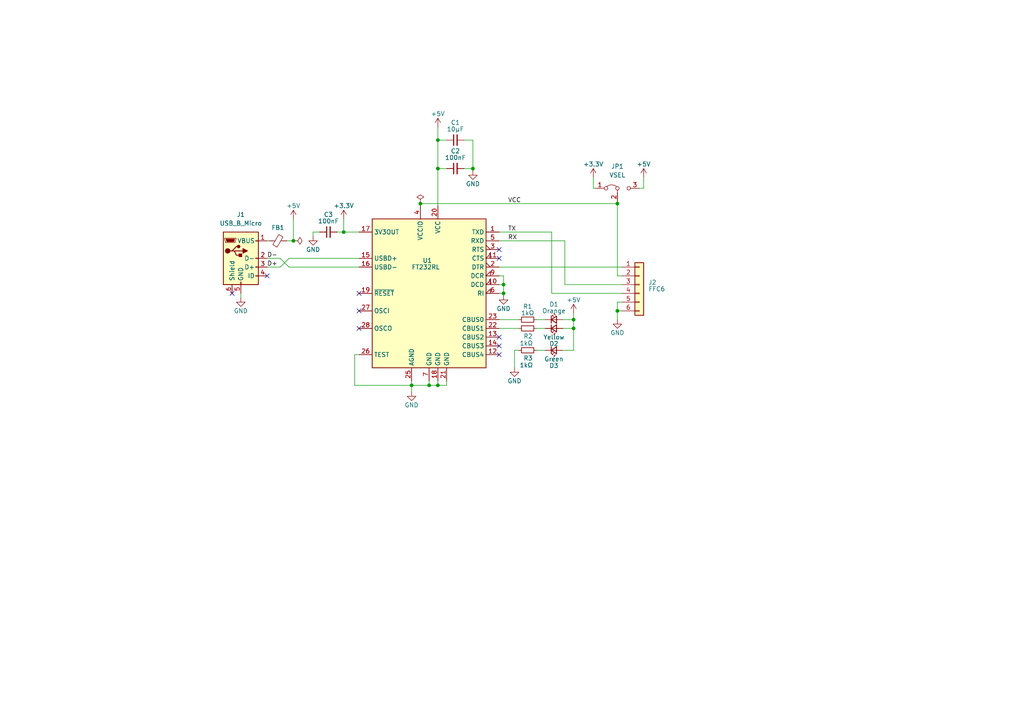
<source format=kicad_sch>
(kicad_sch (version 20230121) (generator eeschema)
  (paper "A4")
  (lib_symbols
    (symbol "Connector_Generic:Conn_01x06" (pin_names (offset 1.016) hide)
      (property "Reference" "J" (at 0 7.62 0))
      (property "Value" "Conn_01x06" (at 0 -10.16 0))
      (symbol "Conn_01x06_1_1"
        (rectangle (start -1.27 -7.493) (end 0 -7.747) (stroke (width 0.1524)))
        (rectangle (start -1.27 -4.953) (end 0 -5.207) (stroke (width 0.1524)))
        (rectangle (start -1.27 -2.413) (end 0 -2.667) (stroke (width 0.1524)))
        (rectangle (start -1.27 0.127) (end 0 -0.127) (stroke (width 0.1524)))
        (rectangle (start -1.27 2.667) (end 0 2.413) (stroke (width 0.1524)))
        (rectangle (start -1.27 5.207) (end 0 4.953) (stroke (width 0.1524)))
        (rectangle (start -1.27 6.35) (end 1.27 -8.89) (stroke (width 0.254)) (fill (type background)))
        (pin passive line (at -5.08 5.08 0) (length 3.81) (name "Pin_1") (number "1"))
        (pin passive line (at -5.08 2.54 0) (length 3.81) (name "Pin_2") (number "2"))
        (pin passive line (at -5.08 0 0) (length 3.81) (name "Pin_3") (number "3"))
        (pin passive line (at -5.08 -2.54 0) (length 3.81) (name "Pin_4") (number "4"))
        (pin passive line (at -5.08 -5.08 0) (length 3.81) (name "Pin_5") (number "5"))
        (pin passive line (at -5.08 -7.62 0) (length 3.81) (name "Pin_6") (number "6"))
      )
    )
    (symbol "Device:C_Small" (pin_numbers hide) (pin_names (offset 0.254) hide)
      (property "Reference" "C" (at 0.254 1.778 0))
      (property "Value" "C_Small" (at 0.254 -2.032 0))
      (symbol "C_Small_0_1"
        (polyline (pts (xy -1.524 -0.508) (xy 1.524 -0.508)) (stroke (width 0.3302)))
        (polyline (pts (xy -1.524 0.508) (xy 1.524 0.508)) (stroke (width 0.3048)))
      )
      (symbol "C_Small_1_1"
        (pin passive line (at 0 2.54 270) (length 2.032) (name "~") (number "1"))
        (pin passive line (at 0 -2.54 90) (length 2.032) (name "~") (number "2"))
      )
    )
    (symbol "Device:FerriteBead_Small" (pin_numbers hide) (pin_names (offset 0))
      (property "Reference" "FB" (at 1.905 1.27 0))
      (property "Value" "FerriteBead_Small" (at 1.905 -1.27 0))
      (symbol "FerriteBead_Small_0_1"
        (polyline (pts (xy 0 -1.27) (xy 0 -0.7874)))
        (polyline (pts (xy 0 0.889) (xy 0 1.2954)))
        (polyline (pts (xy -1.8288 0.2794) (xy -1.1176 1.4986) (xy 1.8288 -0.2032) (xy 1.1176 -1.4224) (xy -1.8288 0.2794)))
      )
      (symbol "FerriteBead_Small_1_1"
        (pin passive line (at 0 2.54 270) (length 1.27) (name "~") (number "1"))
        (pin passive line (at 0 -2.54 90) (length 1.27) (name "~") (number "2"))
      )
    )
    (symbol "Device:LED_Small" (pin_numbers hide) (pin_names (offset 0.254) hide)
      (property "Reference" "D" (at -1.27 3.175 0))
      (property "Value" "LED_Small" (at -4.445 -2.54 0))
      (symbol "LED_Small_0_1"
        (polyline (pts (xy -0.762 -1.016) (xy -0.762 1.016)) (stroke (width 0.254)))
        (polyline (pts (xy 1.016 0) (xy -0.762 0)))
        (polyline (pts (xy 0.762 -1.016) (xy -0.762 0) (xy 0.762 1.016) (xy 0.762 -1.016)) (stroke (width 0.254)))
        (polyline (pts (xy 0 0.762) (xy -0.508 1.27) (xy -0.254 1.27) (xy -0.508 1.27) (xy -0.508 1.016)))
        (polyline (pts (xy 0.508 1.27) (xy 0 1.778) (xy 0.254 1.778) (xy 0 1.778) (xy 0 1.524)))
      )
      (symbol "LED_Small_1_1"
        (pin passive line (at -2.54 0 0) (length 1.778) (name "K") (number "1"))
        (pin passive line (at 2.54 0 180) (length 1.778) (name "A") (number "2"))
      )
    )
    (symbol "Device:R_Small" (pin_numbers hide) (pin_names (offset 0.254) hide)
      (property "Reference" "R" (at 0.762 0.508 0))
      (property "Value" "R_Small" (at 0.762 -1.016 0))
      (symbol "R_Small_0_1"
        (rectangle (start -0.762 1.778) (end 0.762 -1.778) (stroke (width 0.2032)))
      )
      (symbol "R_Small_1_1"
        (pin passive line (at 0 2.54 270) (length 0.762) (name "~") (number "1"))
        (pin passive line (at 0 -2.54 90) (length 0.762) (name "~") (number "2"))
      )
    )
    (symbol "Interface_USB:FT232RL"
      (property "Reference" "U" (at -16.51 22.86 0))
      (property "Value" "FT232RL" (at 10.16 22.86 0))
      (symbol "FT232RL_0_1"
        (rectangle (start -16.51 21.59) (end 16.51 -21.59) (stroke (width 0.254)) (fill (type background)))
      )
      (symbol "FT232RL_1_1"
        (pin output line (at 20.32 17.78 180) (length 3.81) (name "TXD") (number "1"))
        (pin input input_low (at 20.32 2.54 180) (length 3.81) (name "DCD") (number "10"))
        (pin input input_low (at 20.32 10.16 180) (length 3.81) (name "CTS") (number "11"))
        (pin bidirectional line (at 20.32 -17.78 180) (length 3.81) (name "CBUS4") (number "12"))
        (pin bidirectional line (at 20.32 -12.7 180) (length 3.81) (name "CBUS2") (number "13"))
        (pin bidirectional line (at 20.32 -15.24 180) (length 3.81) (name "CBUS3") (number "14"))
        (pin bidirectional line (at -20.32 10.16 0) (length 3.81) (name "USBD+") (number "15"))
        (pin bidirectional line (at -20.32 7.62 0) (length 3.81) (name "USBD-") (number "16"))
        (pin power_out line (at -20.32 17.78 0) (length 3.81) (name "3V3OUT") (number "17"))
        (pin power_in line (at 2.54 -25.4 90) (length 3.81) (name "GND") (number "18"))
        (pin input line (at -20.32 0 0) (length 3.81) (name "~{RESET}") (number "19"))
        (pin output output_low (at 20.32 7.62 180) (length 3.81) (name "DTR") (number "2"))
        (pin power_in line (at 2.54 25.4 270) (length 3.81) (name "VCC") (number "20"))
        (pin power_in line (at 5.08 -25.4 90) (length 3.81) (name "GND") (number "21"))
        (pin bidirectional line (at 20.32 -10.16 180) (length 3.81) (name "CBUS1") (number "22"))
        (pin bidirectional line (at 20.32 -7.62 180) (length 3.81) (name "CBUS0") (number "23"))
        (pin power_in line (at -5.08 -25.4 90) (length 3.81) (name "AGND") (number "25"))
        (pin input line (at -20.32 -17.78 0) (length 3.81) (name "TEST") (number "26"))
        (pin input line (at -20.32 -5.08 0) (length 3.81) (name "OSCI") (number "27"))
        (pin output line (at -20.32 -10.16 0) (length 3.81) (name "OSCO") (number "28"))
        (pin output output_low (at 20.32 12.7 180) (length 3.81) (name "RTS") (number "3"))
        (pin power_in line (at -2.54 25.4 270) (length 3.81) (name "VCCIO") (number "4"))
        (pin input line (at 20.32 15.24 180) (length 3.81) (name "RXD") (number "5"))
        (pin input input_low (at 20.32 0 180) (length 3.81) (name "RI") (number "6"))
        (pin power_in line (at 0 -25.4 90) (length 3.81) (name "GND") (number "7"))
        (pin input input_low (at 20.32 5.08 180) (length 3.81) (name "DCR") (number "9"))
      )
    )
    (symbol "Jumper:Jumper_3_Bridged12" (pin_names (offset 0) hide)
      (property "Reference" "JP" (at -2.54 -2.54 0))
      (property "Value" "Jumper_3_Bridged12" (at 0 2.794 0))
      (symbol "Jumper_3_Bridged12_0_0"
        (circle (center -3.302 0) (radius 0.508))
        (circle (center 0 0) (radius 0.508))
        (circle (center 3.302 0) (radius 0.508))
      )
      (symbol "Jumper_3_Bridged12_0_1"
        (arc (start -0.254 0.508) (mid -1.651 0.9912) (end -3.048 0.508))
        (polyline (pts (xy 0 -1.27) (xy 0 -0.508)))
      )
      (symbol "Jumper_3_Bridged12_1_1"
        (pin passive line (at -6.35 0 0) (length 2.54) (name "A") (number "1"))
        (pin passive line (at 0 -3.81 90) (length 2.54) (name "C") (number "2"))
        (pin passive line (at 6.35 0 180) (length 2.54) (name "B") (number "3"))
      )
    )
    (symbol "Retronics_Connectors:USB_B_Micro" (pin_names (offset 1.016))
      (property "Reference" "J" (at -5.08 11.43 0))
      (property "Value" "USB_B_Micro" (at -5.08 8.89 0))
      (symbol "USB_B_Micro_0_1"
        (rectangle (start -5.08 -7.62) (end 5.08 7.62) (stroke (width 0.254)) (fill (type background)))
        (circle (center -3.81 2.159) (radius 0.635) (stroke (width 0.254)) (fill (type outline)))
        (circle (center -0.635 3.429) (radius 0.381) (stroke (width 0.254)) (fill (type outline)))
        (rectangle (start -0.127 -7.62) (end 0.127 -6.858))
        (polyline (pts (xy -1.905 2.159) (xy 0.635 2.159)) (stroke (width 0.254)))
        (polyline (pts (xy -3.175 2.159) (xy -2.54 2.159) (xy -1.27 3.429) (xy -0.635 3.429)) (stroke (width 0.254)))
        (polyline (pts (xy -2.54 2.159) (xy -1.905 2.159) (xy -1.27 0.889) (xy 0 0.889)) (stroke (width 0.254)))
        (polyline (pts (xy 0.635 2.794) (xy 0.635 1.524) (xy 1.905 2.159) (xy 0.635 2.794)) (stroke (width 0.254)) (fill (type outline)))
        (polyline (pts (xy -4.318 5.588) (xy -1.778 5.588) (xy -2.032 4.826) (xy -4.064 4.826) (xy -4.318 5.588)) (fill (type outline)))
        (polyline (pts (xy -4.699 5.842) (xy -4.699 5.588) (xy -4.445 4.826) (xy -4.445 4.572) (xy -1.651 4.572) (xy -1.651 4.826) (xy -1.397 5.588) (xy -1.397 5.842) (xy -4.699 5.842)))
        (rectangle (start 0.254 1.27) (end -0.508 0.508) (stroke (width 0.254)) (fill (type outline)))
        (rectangle (start 5.08 -5.207) (end 4.318 -4.953))
        (rectangle (start 5.08 -2.667) (end 4.318 -2.413))
        (rectangle (start 5.08 -0.127) (end 4.318 0.127))
        (rectangle (start 5.08 4.953) (end 4.318 5.207))
      )
      (symbol "USB_B_Micro_1_1"
        (pin power_out line (at 7.62 5.08 180) (length 2.54) (name "VBUS") (number "1"))
        (pin bidirectional line (at 7.62 0 180) (length 2.54) (name "D-") (number "2"))
        (pin bidirectional line (at 7.62 -2.54 180) (length 2.54) (name "D+") (number "3"))
        (pin passive line (at 7.62 -5.08 180) (length 2.54) (name "ID") (number "4"))
        (pin power_out line (at 0 -10.16 90) (length 2.54) (name "GND") (number "5"))
        (pin passive line (at -2.54 -10.16 90) (length 2.54) (name "Shield") (number "6"))
      )
    )
    (symbol "power:+3.3V" (power) (pin_names (offset 0))
      (property "Value" "+3.3V" (at 0 3.556 0))
      (symbol "+3.3V_0_1"
        (polyline (pts (xy -0.762 1.27) (xy 0 2.54)))
        (polyline (pts (xy 0 0) (xy 0 2.54)))
        (polyline (pts (xy 0 2.54) (xy 0.762 1.27)))
      )
      (symbol "+3.3V_1_1"
        (pin power_in line (at 0 0 90) (length 0) hide (name "+3.3V") (number "1"))
      )
    )
    (symbol "power:+5V" (power) (pin_names (offset 0))
      (property "Value" "+5V" (at 0 3.556 0))
      (symbol "+5V_0_1"
        (polyline (pts (xy -0.762 1.27) (xy 0 2.54)))
        (polyline (pts (xy 0 0) (xy 0 2.54)))
        (polyline (pts (xy 0 2.54) (xy 0.762 1.27)))
      )
      (symbol "+5V_1_1"
        (pin power_in line (at 0 0 90) (length 0) hide (name "+5V") (number "1"))
      )
    )
    (symbol "power:GND" (power) (pin_names (offset 0))
      (property "Value" "GND" (at 0 -3.81 0))
      (symbol "GND_0_1"
        (polyline (pts (xy 0 0) (xy 0 -1.27) (xy 1.27 -1.27) (xy 0 -2.54) (xy -1.27 -1.27) (xy 0 -1.27)))
      )
      (symbol "GND_1_1"
        (pin power_in line (at 0 0 270) (length 0) hide (name "GND") (number "1"))
      )
    )
    (symbol "power:PWR_FLAG" (power) (pin_numbers hide) (pin_names (offset 0) hide)
      (property "Value" "PWR_FLAG" (at 0 3.81 0))
      (symbol "PWR_FLAG_0_0"
        (pin power_out line (at 0 0 90) (length 0) (name "pwr") (number "1"))
      )
      (symbol "PWR_FLAG_0_1"
        (polyline (pts (xy 0 0) (xy 0 1.27) (xy -1.016 1.905) (xy 0 2.54) (xy 1.016 1.905) (xy 0 1.27)))
      )
    )
  )
  (junction (at 119.38 111.76))
  (junction (at 166.37 92.71))
  (junction (at 127 48.895))
  (junction (at 127 40.64))
  (junction (at 166.37 95.25))
  (junction (at 179.07 90.17))
  (junction (at 124.46 111.76))
  (junction (at 85.09 69.85))
  (junction (at 121.92 59.055))
  (junction (at 127 111.76))
  (junction (at 99.695 67.31))
  (junction (at 179.07 59.055))
  (junction (at 146.05 85.09))
  (junction (at 137.16 48.895))
  (junction (at 146.05 82.55))
  (no_connect (at 144.78 72.39))
  (no_connect (at 144.78 100.33))
  (no_connect (at 144.78 97.79))
  (no_connect (at 104.14 85.09))
  (no_connect (at 104.14 90.17))
  (no_connect (at 67.31 85.09))
  (no_connect (at 77.47 80.01))
  (no_connect (at 144.78 74.93))
  (no_connect (at 104.14 95.25))
  (no_connect (at 144.78 102.87))
  (wire (pts (xy 144.78 85.09) (xy 146.05 85.09)))
  (wire (pts (xy 163.195 101.6) (xy 166.37 101.6)))
  (wire (pts (xy 146.05 82.55) (xy 146.05 80.01)))
  (wire (pts (xy 179.07 90.17) (xy 179.07 92.71)))
  (wire (pts (xy 90.805 68.58) (xy 90.805 67.31)))
  (wire (pts (xy 121.92 59.69) (xy 121.92 59.055)))
  (wire (pts (xy 81.28 77.47) (xy 83.82 74.93)))
  (wire (pts (xy 149.225 101.6) (xy 150.495 101.6)))
  (wire (pts (xy 160.02 85.09) (xy 180.34 85.09)))
  (wire (pts (xy 172.085 54.61) (xy 172.72 54.61)))
  (wire (pts (xy 166.37 95.25) (xy 166.37 92.71)))
  (wire (pts (xy 137.16 48.895) (xy 137.16 49.53)))
  (wire (pts (xy 163.195 92.71) (xy 166.37 92.71)))
  (wire (pts (xy 104.14 67.31) (xy 99.695 67.31)))
  (wire (pts (xy 155.575 95.25) (xy 158.115 95.25)))
  (wire (pts (xy 160.02 67.31) (xy 144.78 67.31)))
  (wire (pts (xy 119.38 111.76) (xy 119.38 113.665)))
  (wire (pts (xy 119.38 110.49) (xy 119.38 111.76)))
  (wire (pts (xy 127 110.49) (xy 127 111.76)))
  (wire (pts (xy 179.07 58.42) (xy 179.07 59.055)))
  (wire (pts (xy 144.78 82.55) (xy 146.05 82.55)))
  (wire (pts (xy 127 40.64) (xy 129.54 40.64)))
  (wire (pts (xy 137.16 40.64) (xy 137.16 48.895)))
  (wire (pts (xy 166.37 101.6) (xy 166.37 95.25)))
  (wire (pts (xy 85.09 69.85) (xy 83.185 69.85)))
  (wire (pts (xy 134.62 40.64) (xy 137.16 40.64)))
  (wire (pts (xy 134.62 48.895) (xy 137.16 48.895)))
  (wire (pts (xy 155.575 101.6) (xy 158.115 101.6)))
  (wire (pts (xy 163.83 82.55) (xy 163.83 69.85)))
  (wire (pts (xy 77.47 74.93) (xy 81.28 74.93)))
  (wire (pts (xy 83.82 74.93) (xy 104.14 74.93)))
  (wire (pts (xy 129.54 111.76) (xy 129.54 110.49)))
  (wire (pts (xy 155.575 92.71) (xy 158.115 92.71)))
  (wire (pts (xy 69.85 85.09) (xy 69.85 86.36)))
  (wire (pts (xy 146.05 85.725) (xy 146.05 85.09)))
  (wire (pts (xy 172.085 51.435) (xy 172.085 54.61)))
  (wire (pts (xy 186.69 54.61) (xy 186.69 51.435)))
  (wire (pts (xy 144.78 95.25) (xy 150.495 95.25)))
  (wire (pts (xy 119.38 111.76) (xy 124.46 111.76)))
  (wire (pts (xy 146.05 85.09) (xy 146.05 82.55)))
  (wire (pts (xy 144.78 77.47) (xy 180.34 77.47)))
  (wire (pts (xy 144.78 92.71) (xy 150.495 92.71)))
  (wire (pts (xy 127 48.895) (xy 127 59.69)))
  (wire (pts (xy 121.92 59.055) (xy 179.07 59.055)))
  (wire (pts (xy 146.05 80.01) (xy 144.78 80.01)))
  (wire (pts (xy 127 40.64) (xy 127 48.895)))
  (wire (pts (xy 179.07 90.17) (xy 179.07 87.63)))
  (wire (pts (xy 163.83 69.85) (xy 144.78 69.85)))
  (wire (pts (xy 166.37 90.805) (xy 166.37 92.71)))
  (wire (pts (xy 160.02 85.09) (xy 160.02 67.31)))
  (wire (pts (xy 99.695 67.31) (xy 99.695 63.5)))
  (wire (pts (xy 124.46 110.49) (xy 124.46 111.76)))
  (wire (pts (xy 78.105 69.85) (xy 77.47 69.85)))
  (wire (pts (xy 185.42 54.61) (xy 186.69 54.61)))
  (wire (pts (xy 97.79 67.31) (xy 99.695 67.31)))
  (wire (pts (xy 127 48.895) (xy 129.54 48.895)))
  (wire (pts (xy 124.46 111.76) (xy 127 111.76)))
  (wire (pts (xy 179.07 80.01) (xy 180.34 80.01)))
  (wire (pts (xy 127 111.76) (xy 129.54 111.76)))
  (wire (pts (xy 77.47 77.47) (xy 81.28 77.47)))
  (wire (pts (xy 90.805 67.31) (xy 92.71 67.31)))
  (wire (pts (xy 81.28 74.93) (xy 83.82 77.47)))
  (wire (pts (xy 85.09 63.5) (xy 85.09 69.85)))
  (wire (pts (xy 83.82 77.47) (xy 104.14 77.47)))
  (wire (pts (xy 179.07 90.17) (xy 180.34 90.17)))
  (wire (pts (xy 163.195 95.25) (xy 166.37 95.25)))
  (wire (pts (xy 149.225 106.68) (xy 149.225 101.6)))
  (wire (pts (xy 102.87 102.87) (xy 102.87 111.76)))
  (wire (pts (xy 102.87 111.76) (xy 119.38 111.76)))
  (wire (pts (xy 179.07 59.055) (xy 179.07 80.01)))
  (wire (pts (xy 104.14 102.87) (xy 102.87 102.87)))
  (wire (pts (xy 163.83 82.55) (xy 180.34 82.55)))
  (wire (pts (xy 127 36.83) (xy 127 40.64)))
  (wire (pts (xy 180.34 87.63) (xy 179.07 87.63)))
  (label "VCC" (at 147.32 59.055 0))
  (label "RX" (at 147.32 69.85 0))
  (label "TX" (at 147.32 67.31 0))
  (label "D-" (at 77.47 74.93 0))
  (label "D+" (at 77.47 77.47 0))
  (symbol (lib_id "Device:C_Small") (at 132.08 40.64 90) (unit 1)
    (property "Reference" "C1" (at 132.08 35.56 90))
    (property "Value" "10µF" (at 132.08 37.465 90))
    (property "Footprint" "Capacitor_SMD:C_0603_1608Metric_Pad1.08x0.95mm_HandSolder" (effects hide))
  )
  (symbol (lib_id "power:+5V") (at 127 36.83 0) (unit 1)
    (property "Reference" "#PWR01" (effects hide))
    (property "Value" "+5V" (at 127 33.02 0))
  )
  (symbol (lib_id "power:PWR_FLAG") (at 121.92 59.055 0) (unit 1)
    (property "Reference" "#FLG01" (effects hide))
    (property "Value" "PWR_FLAG" (effects hide))
  )
  (symbol (lib_id "Device:R_Small") (at 153.035 92.71 90) (unit 1)
    (property "Reference" "R1" (at 153.035 88.9 90))
    (property "Value" "1kΩ" (at 153.035 90.805 90))
    (property "Footprint" "Resistor_SMD:R_0603_1608Metric_Pad0.98x0.95mm_HandSolder" (effects hide))
  )
  (symbol (lib_id "power:GND") (at 137.16 49.53 0) (mirror y) (unit 1)
    (property "Reference" "#PWR02" (effects hide))
    (property "Value" "GND" (at 137.16 53.34 0))
  )
  (symbol (lib_id "Connector_Generic:Conn_01x06") (at 185.42 82.55 0) (unit 1)
    (property "Reference" "J2" (at 189.23 81.915 0))
    (property "Value" "FFC6" (at 190.5 83.82 0))
    (property "Footprint" "Retronics_Connectors:FFC_0527450697" (effects hide))
  )
  (symbol (lib_id "power:GND") (at 146.05 85.725 0) (mirror y) (unit 1)
    (property "Reference" "#PWR08" (effects hide))
    (property "Value" "GND" (at 146.05 89.535 0))
  )
  (symbol (lib_id "Interface_USB:FT232RL") (at 124.46 85.09 0) (unit 1)
    (property "Reference" "U1" (at 122.555 75.565 0) (effects (justify left)))
    (property "Value" "FT232RL" (at 119.38 77.47 0) (effects (justify left)))
    (property "Footprint" "Package_SO:SSOP-28_5.3x10.2mm_P0.65mm" (effects hide))
    (property "Datasheet" "https://www.ftdichip.com/Support/Documents/DataSheets/ICs/DS_FT232R.pdf" (effects hide))
  )
  (symbol (lib_id "power:GND") (at 69.85 86.36 0) (mirror y) (unit 1)
    (property "Reference" "#PWR09" (effects hide))
    (property "Value" "GND" (at 69.85 90.17 0))
  )
  (symbol (lib_id "Device:LED_Small") (at 160.655 95.25 0) (mirror x) (unit 1)
    (property "Reference" "D2" (at 160.655 99.695 0))
    (property "Value" "Yellow" (at 160.655 97.79 0))
    (property "Footprint" "LED_SMD:LED_0603_1608Metric_Pad1.05x0.95mm_HandSolder" (effects hide))
  )
  (symbol (lib_id "power:+5V") (at 166.37 90.805 0) (unit 1)
    (property "Reference" "#PWR010" (effects hide))
    (property "Value" "+5V" (at 166.37 86.995 0))
  )
  (symbol (lib_id "Device:R_Small") (at 153.035 101.6 90) (mirror x) (unit 1)
    (property "Reference" "R3" (at 153.162 103.886 90))
    (property "Value" "1kΩ" (at 152.654 105.918 90))
    (property "Footprint" "Resistor_SMD:R_0603_1608Metric_Pad0.98x0.95mm_HandSolder" (effects hide))
  )
  (symbol (lib_id "power:+3.3V") (at 172.085 51.435 0) (unit 1)
    (property "Reference" "#PWR03" (effects hide))
    (property "Value" "+3.3V" (at 172.085 47.625 0))
  )
  (symbol (lib_id "power:PWR_FLAG") (at 85.09 69.85 270) (unit 1)
    (property "Reference" "#FLG02" (effects hide))
    (property "Value" "PWR_FLAG" (effects hide))
  )
  (symbol (lib_id "Jumper:Jumper_3_Bridged12") (at 179.07 54.61 0) (unit 1)
    (property "Reference" "JP1" (at 179.07 48.26 0))
    (property "Value" "VSEL" (at 179.07 50.8 0))
    (property "Footprint" "Connector_PinHeader_1.27mm:PinHeader_1x03_P1.27mm_Vertical" (effects hide))
  )
  (symbol (lib_id "power:+5V") (at 186.69 51.435 0) (unit 1)
    (property "Reference" "#PWR04" (effects hide))
    (property "Value" "+5V" (at 186.69 47.625 0))
  )
  (symbol (lib_id "Device:LED_Small") (at 160.655 92.71 0) (unit 1)
    (property "Reference" "D1" (at 160.655 88.265 0))
    (property "Value" "Orange" (at 160.655 90.17 0))
    (property "Footprint" "LED_SMD:LED_0603_1608Metric_Pad1.05x0.95mm_HandSolder" (effects hide))
  )
  (symbol (lib_id "Device:LED_Small") (at 160.655 101.6 0) (mirror x) (unit 1)
    (property "Reference" "D3" (at 160.655 106.045 0))
    (property "Value" "Green" (at 160.655 104.14 0))
    (property "Footprint" "LED_SMD:LED_0603_1608Metric_Pad1.05x0.95mm_HandSolder" (effects hide))
  )
  (symbol (lib_id "power:GND") (at 90.805 68.58 0) (mirror y) (unit 1)
    (property "Reference" "#PWR07" (effects hide))
    (property "Value" "GND" (at 90.805 72.39 0))
  )
  (symbol (lib_id "power:GND") (at 149.225 106.68 0) (mirror y) (unit 1)
    (property "Reference" "#PWR012" (effects hide))
    (property "Value" "GND" (at 149.225 110.49 0))
  )
  (symbol (lib_id "Retronics_Connectors:USB_B_Micro") (at 69.85 74.93 0) (unit 1)
    (property "Reference" "J1" (at 69.85 62.23 0))
    (property "Value" "USB_B_Micro" (at 69.85 64.77 0))
    (property "Footprint" "Retronics_Connectors:USB_Micro_B_Female_10118194-0001LF" (effects hide))
  )
  (symbol (lib_id "power:GND") (at 179.07 92.71 0) (unit 1)
    (property "Reference" "#PWR011" (effects hide))
    (property "Value" "GND" (at 179.07 96.52 0))
  )
  (symbol (lib_id "Device:C_Small") (at 95.25 67.31 90) (unit 1)
    (property "Reference" "C3" (at 95.25 62.23 90))
    (property "Value" "100nF" (at 95.25 64.135 90))
    (property "Footprint" "Capacitor_SMD:C_0603_1608Metric_Pad1.08x0.95mm_HandSolder" (effects hide))
  )
  (symbol (lib_id "power:+5V") (at 85.09 63.5 0) (unit 1)
    (property "Reference" "#PWR05" (effects hide))
    (property "Value" "+5V" (at 85.09 59.69 0))
  )
  (symbol (lib_id "Device:FerriteBead_Small") (at 80.645 69.85 90) (unit 1)
    (property "Reference" "FB1" (at 80.6069 66.04 90))
    (property "Value" "FerriteBead_Small" (effects hide))
    (property "Footprint" "Inductor_SMD:L_0603_1608Metric_Pad1.05x0.95mm_HandSolder" (effects hide))
  )
  (symbol (lib_id "Device:C_Small") (at 132.08 48.895 90) (unit 1)
    (property "Reference" "C2" (at 132.08 43.815 90))
    (property "Value" "100nF" (at 132.08 45.72 90))
    (property "Footprint" "Capacitor_SMD:C_0603_1608Metric_Pad1.08x0.95mm_HandSolder" (effects hide))
  )
  (symbol (lib_id "power:GND") (at 119.38 113.665 0) (mirror y) (unit 1)
    (property "Reference" "#PWR013" (effects hide))
    (property "Value" "GND" (at 119.38 117.475 0))
  )
  (symbol (lib_id "Device:R_Small") (at 153.035 95.25 90) (mirror x) (unit 1)
    (property "Reference" "R2" (at 153.162 97.536 90))
    (property "Value" "1kΩ" (at 152.654 99.568 90))
    (property "Footprint" "Resistor_SMD:R_0603_1608Metric_Pad0.98x0.95mm_HandSolder" (effects hide))
  )
  (symbol (lib_id "power:+3.3V") (at 99.695 63.5 0) (unit 1)
    (property "Reference" "#PWR06" (effects hide))
    (property "Value" "+3.3V" (at 99.695 59.69 0))
  )
)
</source>
